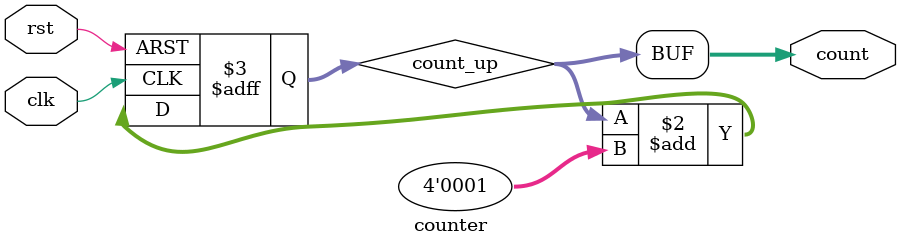
<source format=v>
module counter(clk,rst,count);
input clk,rst;
output[3:0] count;
reg[3:0] count_up;
always@(posedge clk or posedge rst)begin
    if(rst)
    count_up<=4'd0;
    else
    count_up<=count_up+4'd1;
end
assign count=count_up;
endmodule

</source>
